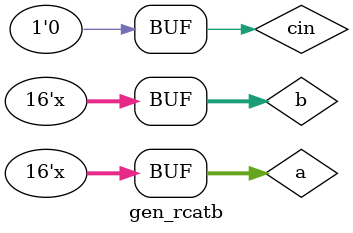
<source format=v>
`timescale 1ns / 1ps


module gen_rcatb;

	// Inputs
	reg [15:0] a;
	reg [15:0] b;
	reg cin;
	reg cout;

	// Outputs
	wire [15:0] sum;

	// Instantiate the Unit Under Test (UUT)
	rca_generate uut (
		.a(a), 
		.b(b), 
		.cin(cin), 
		.sum(sum), 
		.cout(cout)
	);
	
initial 
	cin=0;
	initial 
	a=0;
	always #0.01 a=a+1;
	initial 
	b=0;
	always #0.01 b=b+1;
	
		
endmodule

</source>
